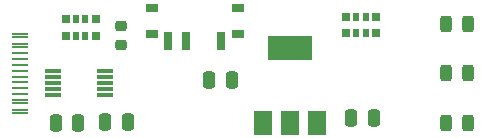
<source format=gbr>
%TF.GenerationSoftware,KiCad,Pcbnew,7.0.8*%
%TF.CreationDate,2024-02-13T10:47:56-06:00*%
%TF.ProjectId,SerialClamp,53657269-616c-4436-9c61-6d702e6b6963,rev?*%
%TF.SameCoordinates,Original*%
%TF.FileFunction,Paste,Top*%
%TF.FilePolarity,Positive*%
%FSLAX46Y46*%
G04 Gerber Fmt 4.6, Leading zero omitted, Abs format (unit mm)*
G04 Created by KiCad (PCBNEW 7.0.8) date 2024-02-13 10:47:56*
%MOMM*%
%LPD*%
G01*
G04 APERTURE LIST*
G04 Aperture macros list*
%AMRoundRect*
0 Rectangle with rounded corners*
0 $1 Rounding radius*
0 $2 $3 $4 $5 $6 $7 $8 $9 X,Y pos of 4 corners*
0 Add a 4 corners polygon primitive as box body*
4,1,4,$2,$3,$4,$5,$6,$7,$8,$9,$2,$3,0*
0 Add four circle primitives for the rounded corners*
1,1,$1+$1,$2,$3*
1,1,$1+$1,$4,$5*
1,1,$1+$1,$6,$7*
1,1,$1+$1,$8,$9*
0 Add four rect primitives between the rounded corners*
20,1,$1+$1,$2,$3,$4,$5,0*
20,1,$1+$1,$4,$5,$6,$7,0*
20,1,$1+$1,$6,$7,$8,$9,0*
20,1,$1+$1,$8,$9,$2,$3,0*%
G04 Aperture macros list end*
%ADD10R,1.500000X2.000000*%
%ADD11R,3.800000X2.000000*%
%ADD12R,1.400000X0.300000*%
%ADD13R,1.000000X0.800000*%
%ADD14R,0.700000X1.500000*%
%ADD15R,0.640000X0.700000*%
%ADD16R,0.500000X0.700000*%
%ADD17R,1.400000X0.250000*%
%ADD18RoundRect,0.218750X-0.256250X0.218750X-0.256250X-0.218750X0.256250X-0.218750X0.256250X0.218750X0*%
%ADD19RoundRect,0.243750X0.243750X0.456250X-0.243750X0.456250X-0.243750X-0.456250X0.243750X-0.456250X0*%
%ADD20RoundRect,0.250000X0.250000X0.475000X-0.250000X0.475000X-0.250000X-0.475000X0.250000X-0.475000X0*%
%ADD21RoundRect,0.250000X-0.250000X-0.475000X0.250000X-0.475000X0.250000X0.475000X-0.250000X0.475000X0*%
G04 APERTURE END LIST*
D10*
%TO.C,U2*%
X147400000Y-100200000D03*
D11*
X149700000Y-93900000D03*
D10*
X149700000Y-100200000D03*
X152000000Y-100200000D03*
%TD*%
D12*
%TO.C,U1*%
X134000000Y-95800000D03*
X134000000Y-96300000D03*
X134000000Y-96800000D03*
X134000000Y-97300000D03*
X134000000Y-97800000D03*
X129600000Y-97800000D03*
X129600000Y-97300000D03*
X129600000Y-96800000D03*
X129600000Y-96300000D03*
X129600000Y-95800000D03*
%TD*%
D13*
%TO.C,SW1*%
X137950000Y-92655000D03*
X145250000Y-90445000D03*
X137950000Y-90445000D03*
X145250000Y-92655000D03*
D14*
X143850000Y-93305000D03*
X140850000Y-93305000D03*
X139350000Y-93305000D03*
%TD*%
D15*
%TO.C,RN2*%
X156940000Y-91200000D03*
D16*
X156070000Y-91200000D03*
X155270000Y-91200000D03*
D15*
X154400000Y-91200000D03*
X154400000Y-92600000D03*
D16*
X155270000Y-92600000D03*
X156070000Y-92600000D03*
D15*
X156940000Y-92600000D03*
%TD*%
%TO.C,RN1*%
X130670000Y-92840000D03*
D16*
X131540000Y-92840000D03*
X132340000Y-92840000D03*
D15*
X133210000Y-92840000D03*
X133210000Y-91440000D03*
D16*
X132340000Y-91440000D03*
X131540000Y-91440000D03*
D15*
X130670000Y-91440000D03*
%TD*%
D17*
%TO.C,J1*%
X126797500Y-92950000D03*
X126797500Y-93750000D03*
X126797500Y-97275000D03*
X126797500Y-95275000D03*
X126797500Y-96775000D03*
X126797500Y-97775000D03*
X126797500Y-98300000D03*
X126797500Y-99100000D03*
X126797500Y-99350000D03*
X126797500Y-98550000D03*
X126797500Y-94275000D03*
X126797500Y-96275000D03*
X126797500Y-95775000D03*
X126797500Y-94775000D03*
X126797500Y-93500000D03*
X126797500Y-92700000D03*
%TD*%
D18*
%TO.C,F1*%
X135400000Y-93600000D03*
X135400000Y-92025000D03*
%TD*%
D19*
%TO.C,D3*%
X164737500Y-91800000D03*
X162862500Y-91800000D03*
%TD*%
%TO.C,D2*%
X164737500Y-96000000D03*
X162862500Y-96000000D03*
%TD*%
%TO.C,D1*%
X164737500Y-100200000D03*
X162862500Y-100200000D03*
%TD*%
D20*
%TO.C,C4*%
X144750000Y-96600000D03*
X142850000Y-96600000D03*
%TD*%
D21*
%TO.C,C3*%
X154850000Y-99800000D03*
X156750000Y-99800000D03*
%TD*%
%TO.C,C2*%
X135950000Y-100160000D03*
X134050000Y-100160000D03*
%TD*%
D20*
%TO.C,C1*%
X129850000Y-100170000D03*
X131750000Y-100170000D03*
%TD*%
M02*

</source>
